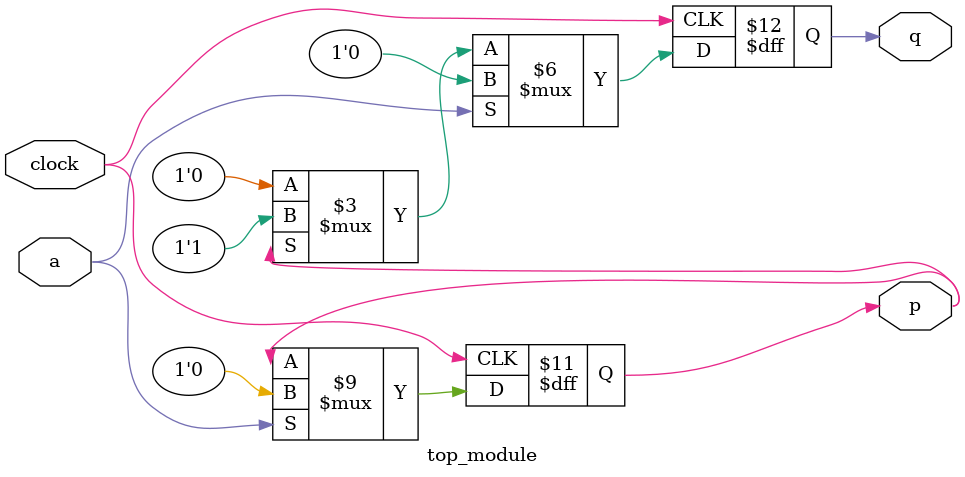
<source format=sv>
module top_module (
    input clock,
    input wire a, 
    output reg p,
    output reg q
);

always @(posedge clock) begin
    if (a) begin
        p <= 0;
        q <= 0;
    end else if (p) begin
        q <= 1;
    end else begin
        q <= 0;
    end
end

endmodule

</source>
